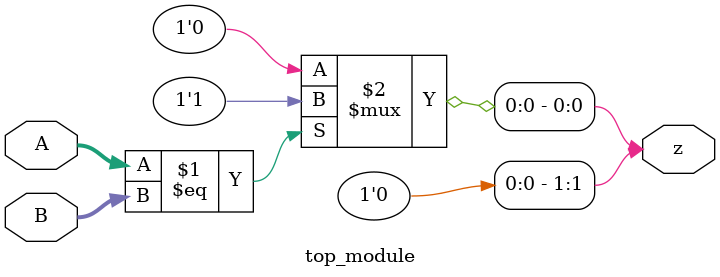
<source format=v>
module top_module(
    input [1:0] A,
    input [1:0] B,
    output [1:0] z
);
    assign z = (A==B)?1'b1:1'b0;
endmodule
</source>
